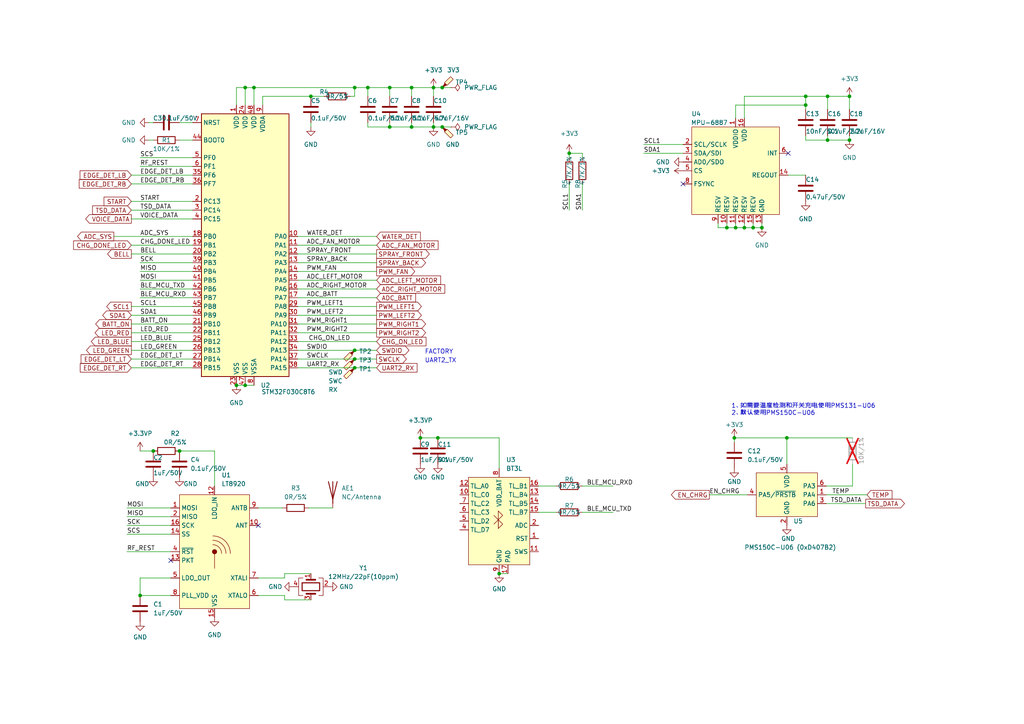
<source format=kicad_sch>
(kicad_sch (version 20231120) (generator "eeschema") (generator_version "8.0")
  (paper "A4")
  (lib_symbols
    (symbol "Connector:TestPoint_Probe" (pin_numbers hide) (pin_names (offset 0.762) hide)
      (property "Reference" "TP" (at 1.651 5.842 0))
      (property "Value" "TestPoint_Probe" (at 1.651 4.064 0))
      (symbol "TestPoint_Probe_0_1"
        (polyline (pts (xy 1.27 0.762) (xy 0 0) (xy 0.762 1.27) (xy 1.27 0.762)) (fill (type outline)))
        (polyline (pts (xy 1.397 0.635) (xy 0.635 1.397) (xy 2.413 3.175) (xy 3.175 2.413) (xy 1.397 0.635)) (fill (type background)))
      )
      (symbol "TestPoint_Probe_1_1"
        (pin passive line (at 0 0 90) (length 0) (name "1") (number "1"))
      )
    )
    (symbol "Device:Antenna" (pin_numbers hide) (pin_names (offset 1.016) hide)
      (property "Reference" "AE" (at -1.905 1.905 0))
      (property "Value" "Antenna" (at -1.905 0 0))
      (symbol "Antenna_0_1"
        (polyline (pts (xy 0 2.54) (xy 0 -3.81)) (stroke (width 0.254)))
        (polyline (pts (xy 1.27 2.54) (xy 0 -2.54) (xy -1.27 2.54)) (stroke (width 0.254)))
      )
      (symbol "Antenna_1_1"
        (pin input line (at 0 -5.08 90) (length 2.54) (name "A") (number "1"))
      )
    )
    (symbol "Device:C" (pin_numbers hide) (pin_names (offset 0.254))
      (property "Reference" "C" (at 0.635 2.54 0))
      (property "Value" "C" (at 0.635 -2.54 0))
      (symbol "C_0_1"
        (polyline (pts (xy -2.032 -0.762) (xy 2.032 -0.762)) (stroke (width 0.508)))
        (polyline (pts (xy -2.032 0.762) (xy 2.032 0.762)) (stroke (width 0.508)))
      )
      (symbol "C_1_1"
        (pin passive line (at 0 3.81 270) (length 2.794) (name "~") (number "1"))
        (pin passive line (at 0 -3.81 90) (length 2.794) (name "~") (number "2"))
      )
    )
    (symbol "Device:Crystal_GND24" (pin_names (offset 1.016) hide)
      (property "Reference" "Y" (at 3.175 5.08 0))
      (property "Value" "Crystal_GND24" (at 3.175 3.175 0))
      (symbol "Crystal_GND24_0_1"
        (rectangle (start -1.143 2.54) (end 1.143 -2.54) (stroke (width 0.3048)))
        (polyline (pts (xy -2.54 0) (xy -2.032 0)))
        (polyline (pts (xy -2.032 -1.27) (xy -2.032 1.27)) (stroke (width 0.508)))
        (polyline (pts (xy 0 -3.81) (xy 0 -3.556)))
        (polyline (pts (xy 0 3.556) (xy 0 3.81)))
        (polyline (pts (xy 2.032 -1.27) (xy 2.032 1.27)) (stroke (width 0.508)))
        (polyline (pts (xy 2.032 0) (xy 2.54 0)))
        (polyline (pts (xy -2.54 -2.286) (xy -2.54 -3.556) (xy 2.54 -3.556) (xy 2.54 -2.286)))
        (polyline (pts (xy -2.54 2.286) (xy -2.54 3.556) (xy 2.54 3.556) (xy 2.54 2.286)))
      )
      (symbol "Crystal_GND24_1_1"
        (pin passive line (at -3.81 0 0) (length 1.27) (name "1") (number "1"))
        (pin passive line (at 0 5.08 270) (length 1.27) (name "2") (number "2"))
        (pin passive line (at 3.81 0 180) (length 1.27) (name "3") (number "3"))
        (pin passive line (at 0 -5.08 90) (length 1.27) (name "4") (number "4"))
      )
    )
    (symbol "Device:R" (pin_numbers hide) (pin_names (offset 0))
      (property "Reference" "R" (at 2.032 0 90))
      (property "Value" "R" (at 0 0 90))
      (symbol "R_0_1"
        (rectangle (start -1.016 -2.54) (end 1.016 2.54) (stroke (width 0.254)))
      )
      (symbol "R_1_1"
        (pin passive line (at 0 3.81 270) (length 1.27) (name "~") (number "1"))
        (pin passive line (at 0 -3.81 90) (length 1.27) (name "~") (number "2"))
      )
    )
    (symbol "MCU_ST_STM32F0:STM32F030C8Tx"
      (property "Reference" "U" (at -12.7 39.37 0))
      (property "Value" "STM32F030C8Tx" (at 7.62 39.37 0))
      (symbol "STM32F030C8Tx_0_1"
        (rectangle (start -12.7 -38.1) (end 12.7 38.1) (stroke (width 0.254)) (fill (type background)))
      )
      (symbol "STM32F030C8Tx_1_1"
        (pin power_in line (at -2.54 40.64 270) (length 2.54) (name "VDD") (number "1"))
        (pin bidirectional line (at 15.24 2.54 180) (length 2.54) (name "PA0") (number "10"))
        (pin bidirectional line (at 15.24 0 180) (length 2.54) (name "PA1") (number "11"))
        (pin bidirectional line (at 15.24 -2.54 180) (length 2.54) (name "PA2") (number "12"))
        (pin bidirectional line (at 15.24 -5.08 180) (length 2.54) (name "PA3") (number "13"))
        (pin bidirectional line (at 15.24 -7.62 180) (length 2.54) (name "PA4") (number "14"))
        (pin bidirectional line (at 15.24 -10.16 180) (length 2.54) (name "PA5") (number "15"))
        (pin bidirectional line (at 15.24 -12.7 180) (length 2.54) (name "PA6") (number "16"))
        (pin bidirectional line (at 15.24 -15.24 180) (length 2.54) (name "PA7") (number "17"))
        (pin bidirectional line (at -15.24 2.54 0) (length 2.54) (name "PB0") (number "18"))
        (pin bidirectional line (at -15.24 0 0) (length 2.54) (name "PB1") (number "19"))
        (pin bidirectional line (at -15.24 12.7 0) (length 2.54) (name "PC13") (number "2"))
        (pin bidirectional line (at -15.24 -2.54 0) (length 2.54) (name "PB2") (number "20"))
        (pin bidirectional line (at -15.24 -22.86 0) (length 2.54) (name "PB10") (number "21"))
        (pin bidirectional line (at -15.24 -25.4 0) (length 2.54) (name "PB11") (number "22"))
        (pin power_in line (at -2.54 -40.64 90) (length 2.54) (name "VSS") (number "23"))
        (pin power_in line (at 0 40.64 270) (length 2.54) (name "VDD") (number "24"))
        (pin bidirectional line (at -15.24 -27.94 0) (length 2.54) (name "PB12") (number "25"))
        (pin bidirectional line (at -15.24 -30.48 0) (length 2.54) (name "PB13") (number "26"))
        (pin bidirectional line (at -15.24 -33.02 0) (length 2.54) (name "PB14") (number "27"))
        (pin bidirectional line (at -15.24 -35.56 0) (length 2.54) (name "PB15") (number "28"))
        (pin bidirectional line (at 15.24 -17.78 180) (length 2.54) (name "PA8") (number "29"))
        (pin bidirectional line (at -15.24 10.16 0) (length 2.54) (name "PC14") (number "3"))
        (pin bidirectional line (at 15.24 -20.32 180) (length 2.54) (name "PA9") (number "30"))
        (pin bidirectional line (at 15.24 -22.86 180) (length 2.54) (name "PA10") (number "31"))
        (pin bidirectional line (at 15.24 -25.4 180) (length 2.54) (name "PA11") (number "32"))
        (pin bidirectional line (at 15.24 -27.94 180) (length 2.54) (name "PA12") (number "33"))
        (pin bidirectional line (at 15.24 -30.48 180) (length 2.54) (name "PA13") (number "34"))
        (pin bidirectional line (at -15.24 20.32 0) (length 2.54) (name "PF6") (number "35"))
        (pin bidirectional line (at -15.24 17.78 0) (length 2.54) (name "PF7") (number "36"))
        (pin bidirectional line (at 15.24 -33.02 180) (length 2.54) (name "PA14") (number "37"))
        (pin bidirectional line (at 15.24 -35.56 180) (length 2.54) (name "PA15") (number "38"))
        (pin bidirectional line (at -15.24 -5.08 0) (length 2.54) (name "PB3") (number "39"))
        (pin bidirectional line (at -15.24 7.62 0) (length 2.54) (name "PC15") (number "4"))
        (pin bidirectional line (at -15.24 -7.62 0) (length 2.54) (name "PB4") (number "40"))
        (pin bidirectional line (at -15.24 -10.16 0) (length 2.54) (name "PB5") (number "41"))
        (pin bidirectional line (at -15.24 -12.7 0) (length 2.54) (name "PB6") (number "42"))
        (pin bidirectional line (at -15.24 -15.24 0) (length 2.54) (name "PB7") (number "43"))
        (pin input line (at -15.24 30.48 0) (length 2.54) (name "BOOT0") (number "44"))
        (pin bidirectional line (at -15.24 -17.78 0) (length 2.54) (name "PB8") (number "45"))
        (pin bidirectional line (at -15.24 -20.32 0) (length 2.54) (name "PB9") (number "46"))
        (pin power_in line (at 0 -40.64 90) (length 2.54) (name "VSS") (number "47"))
        (pin power_in line (at 2.54 40.64 270) (length 2.54) (name "VDD") (number "48"))
        (pin input line (at -15.24 25.4 0) (length 2.54) (name "PF0") (number "5"))
        (pin input line (at -15.24 22.86 0) (length 2.54) (name "PF1") (number "6"))
        (pin input line (at -15.24 35.56 0) (length 2.54) (name "NRST") (number "7"))
        (pin power_in line (at 2.54 -40.64 90) (length 2.54) (name "VSSA") (number "8"))
        (pin power_in line (at 5.08 40.64 270) (length 2.54) (name "VDDA") (number "9"))
      )
    )
    (symbol "Ovo_MCU_Padauk:PMS150C-U06"
      (property "Reference" "U" (at 3.81 10.16 0))
      (property "Value" "PMS150C-U06" (at 8.89 7.62 0))
      (symbol "PMS150C-U06_0_1"
        (rectangle (start -8.89 6.35) (end 8.89 -6.35) (fill (type background)))
      )
      (symbol "PMS150C-U06_1_1"
        (pin bidirectional line (at 11.43 0 180) (length 2.54) (name "PA4") (number "1"))
        (pin power_in line (at 0 -8.89 90) (length 2.54) (name "GND") (number "2"))
        (pin bidirectional line (at 11.43 -2.54 180) (length 2.54) (name "PA6") (number "3"))
        (pin bidirectional line (at -11.43 0 0) (length 2.54) (name "PA5/~{PRSTB}") (number "4"))
        (pin power_in line (at 0 8.89 270) (length 2.54) (name "VDD") (number "5"))
        (pin bidirectional line (at 11.43 2.54 180) (length 2.54) (name "PA3") (number "6"))
      )
    )
    (symbol "Ovo_RF:LT8920"
      (property "Reference" "U" (at -8.89 17.78 0))
      (property "Value" "LT8920" (at -6.35 -17.78 0))
      (symbol "LT8920_0_1"
        (rectangle (start -10.16 16.51) (end 10.16 -16.51) (fill (type background)))
        (polyline (pts (xy 0 0) (xy 0 -4.826)))
        (circle (center 0 0) (radius 0.635) (fill (type outline)))
        (arc (start 2.032 -0.508) (mid 1.2881 1.2881) (end -0.508 2.032))
        (arc (start 3.302 -0.508) (mid 2.1861 2.186) (end -0.508 3.302))
        (arc (start 4.572 -0.508) (mid 3.0841 3.0841) (end -0.508 4.572))
      )
      (symbol "LT8920_1_1"
        (pin input line (at -12.7 12.7 0) (length 2.54) (name "MOSI") (number "1"))
        (pin passive line (at 12.7 7.62 180) (length 2.54) (name "ANT") (number "10"))
        (pin no_connect line (at 5.08 -19.05 90) (length 2.54) hide (name "NC") (number "11"))
        (pin power_in line (at 0 19.05 270) (length 2.54) (name "LDO_IN") (number "12"))
        (pin output line (at -12.7 -2.54 0) (length 2.54) (name "PKT") (number "13"))
        (pin input line (at -12.7 5.08 0) (length 2.54) (name "SS") (number "14"))
        (pin power_in line (at 0 -19.05 90) (length 2.54) (name "VSS") (number "15"))
        (pin input line (at -12.7 7.62 0) (length 2.54) (name "SCK") (number "16"))
        (pin output line (at -12.7 10.16 0) (length 2.54) (name "MISO") (number "2"))
        (pin no_connect line (at 2.54 -19.05 90) (length 2.54) hide (name "NC") (number "3"))
        (pin input line (at -12.7 0 0) (length 2.54) (name "~{RST}") (number "4"))
        (pin power_out line (at -12.7 -7.62 0) (length 2.54) (name "LDO_OUT") (number "5"))
        (pin passive line (at 12.7 -12.7 180) (length 2.54) (name "XTALO") (number "6"))
        (pin passive line (at 12.7 -7.62 180) (length 2.54) (name "XTALI") (number "7"))
        (pin power_in line (at -12.7 -12.7 0) (length 2.54) (name "PLL_VDD") (number "8"))
        (pin passive line (at 12.7 12.7 180) (length 2.54) (name "ANTB") (number "9"))
      )
    )
    (symbol "Ovo_RF_Bluetooth:BT3L"
      (property "Reference" "U" (at -7.62 13.97 0))
      (property "Value" "BT3L" (at -6.35 -13.97 0))
      (symbol "BT3L_0_1"
        (rectangle (start -8.89 12.7) (end 8.89 -12.7) (fill (type background)))
        (polyline (pts (xy -0.254 0.381) (xy -1.524 -0.889)))
        (polyline (pts (xy -0.254 2.921) (xy -0.254 -2.159)))
        (polyline (pts (xy -0.254 2.921) (xy 1.016 1.651) (xy -0.254 0.381) (xy 1.016 -0.889) (xy -0.254 -2.159) (xy -0.254 0.381) (xy -1.524 1.651)))
      )
      (symbol "BT3L_1_1"
        (pin input line (at 11.43 -5.08 180) (length 2.54) (name "RST") (number "1"))
        (pin bidirectional line (at -11.43 7.62 0) (length 2.54) (name "TL_C0") (number "10"))
        (pin bidirectional line (at 11.43 -8.89 180) (length 2.54) (name "SWS") (number "11"))
        (pin bidirectional line (at -11.43 10.16 0) (length 2.54) (name "TL_A0") (number "12"))
        (pin bidirectional line (at 11.43 7.62 180) (length 2.54) (name "TL_B4") (number "13"))
        (pin bidirectional line (at 11.43 5.08 180) (length 2.54) (name "TL_B5") (number "14"))
        (pin bidirectional line (at 11.43 2.54 180) (length 2.54) (name "TL_B7") (number "15"))
        (pin bidirectional line (at 11.43 10.16 180) (length 2.54) (name "TL_B1") (number "16"))
        (pin power_in line (at 2.54 -15.24 90) (length 2.54) (name "PAD") (number "17"))
        (pin input line (at 11.43 -1.27 180) (length 2.54) (name "ADC") (number "2"))
        (pin no_connect line (at -11.43 -6.35 0) (length 2.54) hide (name "NC") (number "3"))
        (pin bidirectional line (at -11.43 -2.54 0) (length 2.54) (name "TL_D7") (number "4"))
        (pin bidirectional line (at -11.43 0 0) (length 2.54) (name "TL_D2") (number "5"))
        (pin bidirectional line (at -11.43 2.54 0) (length 2.54) (name "TL_C3") (number "6"))
        (pin bidirectional line (at -11.43 5.08 0) (length 2.54) (name "TL_C2") (number "7"))
        (pin power_in line (at 0 15.24 270) (length 2.54) (name "VDD_BAT") (number "8"))
        (pin power_in line (at 0 -15.24 90) (length 2.54) (name "GND") (number "9"))
      )
    )
    (symbol "Ovo_Sensor_Motion:MPU-6887"
      (property "Reference" "U" (at -13.97 16.51 0))
      (property "Value" "MPU-6887" (at -10.16 13.97 0))
      (symbol "MPU-6887_0_1"
        (rectangle (start -12.7 12.7) (end 12.7 -12.7) (fill (type background)))
      )
      (symbol "MPU-6887_1_1"
        (pin power_in line (at 0 15.24 270) (length 2.54) (name "VDDIO") (number "1"))
        (pin passive line (at -2.54 -15.24 90) (length 2.54) (name "RESV") (number "10"))
        (pin passive line (at 0 -15.24 90) (length 2.54) (name "RESV") (number "11"))
        (pin passive line (at 2.54 -15.24 90) (length 2.54) (name "RESV") (number "12"))
        (pin power_in line (at 7.62 -15.24 90) (length 2.54) (name "GND") (number "13"))
        (pin passive line (at 15.24 -1.27 180) (length 2.54) (name "REGOUT") (number "14"))
        (pin passive line (at 5.08 -15.24 90) (length 2.54) (name "RECV") (number "15"))
        (pin power_in line (at 2.54 15.24 270) (length 2.54) (name "VDD") (number "16"))
        (pin input line (at -15.24 7.62 0) (length 2.54) (name "SCL/SCLK") (number "2"))
        (pin bidirectional line (at -15.24 5.08 0) (length 2.54) (name "SDA/SDI") (number "3"))
        (pin input line (at -15.24 2.54 0) (length 2.54) (name "AD0/SDO") (number "4"))
        (pin input line (at -15.24 0 0) (length 2.54) (name "CS") (number "5"))
        (pin output line (at 15.24 5.08 180) (length 2.54) (name "INT") (number "6"))
        (pin no_connect line (at -7.62 -15.24 90) (length 2.54) hide (name "RESV") (number "7"))
        (pin input line (at -15.24 -3.81 0) (length 2.54) (name "FSYNC") (number "8"))
        (pin passive line (at -5.08 -15.24 90) (length 2.54) (name "RESV") (number "9"))
      )
    )
    (symbol "power:+3.3VP" (power) (pin_names (offset 0))
      (property "Value" "+3.3VP" (at 0 2.54 0))
      (symbol "+3.3VP_0_0"
        (pin power_in line (at 0 0 90) (length 0) hide (name "+3.3VP") (number "1"))
      )
      (symbol "+3.3VP_0_1"
        (polyline (pts (xy -0.762 1.27) (xy 0 2.54)))
        (polyline (pts (xy 0 0) (xy 0 2.54)))
        (polyline (pts (xy 0 2.54) (xy 0.762 1.27)))
      )
    )
    (symbol "power:+3V3" (power) (pin_names (offset 0))
      (property "Value" "+3V3" (at 0 3.556 0))
      (symbol "+3V3_0_1"
        (polyline (pts (xy -0.762 1.27) (xy 0 2.54)))
        (polyline (pts (xy 0 0) (xy 0 2.54)))
        (polyline (pts (xy 0 2.54) (xy 0.762 1.27)))
      )
      (symbol "+3V3_1_1"
        (pin power_in line (at 0 0 90) (length 0) hide (name "+3V3") (number "1"))
      )
    )
    (symbol "power:GND" (power) (pin_names (offset 0))
      (property "Value" "GND" (at 0 -3.81 0))
      (symbol "GND_0_1"
        (polyline (pts (xy 0 0) (xy 0 -1.27) (xy 1.27 -1.27) (xy 0 -2.54) (xy -1.27 -1.27) (xy 0 -1.27)))
      )
      (symbol "GND_1_1"
        (pin power_in line (at 0 0 270) (length 0) hide (name "GND") (number "1"))
      )
    )
    (symbol "power:PWR_FLAG" (power) (pin_numbers hide) (pin_names (offset 0) hide)
      (property "Value" "PWR_FLAG" (at 0 3.81 0))
      (symbol "PWR_FLAG_0_0"
        (pin power_out line (at 0 0 90) (length 0) (name "pwr") (number "1"))
      )
      (symbol "PWR_FLAG_0_1"
        (polyline (pts (xy 0 0) (xy 0 1.27) (xy -1.016 1.905) (xy 0 2.54) (xy 1.016 1.905) (xy 0 1.27)))
      )
    )
  )
  (junction (at 128.27 36.83))
  (junction (at 165.1 44.45))
  (junction (at 127 127))
  (junction (at 218.44 66.04))
  (junction (at 113.03 36.83))
  (junction (at 210.82 66.04))
  (junction (at 144.78 166.37))
  (junction (at 233.68 27.94))
  (junction (at 128.27 25.4))
  (junction (at 228.219 127))
  (junction (at 212.979 127))
  (junction (at 240.03 27.94))
  (junction (at 106.68 25.4))
  (junction (at 125.73 25.4))
  (junction (at 213.36 66.04))
  (junction (at 71.12 111.76))
  (junction (at 73.66 25.4))
  (junction (at 240.03 40.64))
  (junction (at 125.73 36.83))
  (junction (at 102.87 106.68))
  (junction (at 52.07 130.81))
  (junction (at 215.9 66.04))
  (junction (at 246.38 40.64))
  (junction (at 220.98 66.04))
  (junction (at 246.38 27.94))
  (junction (at 113.03 25.4))
  (junction (at 102.87 104.14))
  (junction (at 119.38 36.83))
  (junction (at 119.38 25.4))
  (junction (at 90.17 27.94))
  (junction (at 68.58 111.76))
  (junction (at 40.64 172.72))
  (junction (at 102.87 25.4))
  (junction (at 233.68 30.48))
  (junction (at 102.87 101.6))
  (junction (at 121.92 127))
  (junction (at 44.45 130.81))
  (junction (at 71.12 25.4))
  (no_connect (at 49.53 162.56))
  (no_connect (at 228.6 44.45))
  (no_connect (at 198.12 53.34))
  (no_connect (at 74.93 152.4))
  (wire (pts (xy 106.68 35.56) (xy 106.68 36.83)))
  (wire (pts (xy 40.64 86.36) (xy 55.88 86.36)))
  (wire (pts (xy 89.535 147.32) (xy 96.52 147.32)))
  (wire (pts (xy 40.64 83.82) (xy 55.88 83.82)))
  (wire (pts (xy 49.53 167.64) (xy 40.64 167.64)))
  (wire (pts (xy 233.68 31.75) (xy 233.68 30.48)))
  (wire (pts (xy 186.69 44.45) (xy 198.12 44.45)))
  (wire (pts (xy 36.83 152.4) (xy 49.53 152.4)))
  (wire (pts (xy 102.87 25.4) (xy 102.87 27.94)))
  (wire (pts (xy 168.91 148.59) (xy 177.8 148.59)))
  (wire (pts (xy 113.03 25.4) (xy 106.68 25.4)))
  (wire (pts (xy 212.979 128.27) (xy 212.979 127)))
  (wire (pts (xy 36.83 154.94) (xy 49.53 154.94)))
  (wire (pts (xy 213.36 30.48) (xy 213.36 34.29)))
  (wire (pts (xy 38.1 91.44) (xy 55.88 91.44)))
  (wire (pts (xy 246.38 40.64) (xy 246.38 39.37)))
  (wire (pts (xy 40.64 45.72) (xy 55.88 45.72)))
  (wire (pts (xy 210.82 66.04) (xy 213.36 66.04)))
  (wire (pts (xy 86.36 91.44) (xy 109.22 91.44)))
  (wire (pts (xy 215.9 66.04) (xy 218.44 66.04)))
  (wire (pts (xy 38.1 99.06) (xy 55.88 99.06)))
  (wire (pts (xy 128.27 25.4) (xy 130.81 25.4)))
  (wire (pts (xy 125.73 25.4) (xy 125.73 27.94)))
  (wire (pts (xy 239.649 143.51) (xy 251.46 143.51)))
  (wire (pts (xy 38.1 50.8) (xy 55.88 50.8)))
  (wire (pts (xy 205.74 143.51) (xy 216.789 143.51)))
  (wire (pts (xy 73.66 25.4) (xy 73.66 30.48)))
  (wire (pts (xy 86.36 88.9) (xy 109.22 88.9)))
  (wire (pts (xy 52.07 130.81) (xy 62.23 130.81)))
  (wire (pts (xy 82.55 173.99) (xy 82.55 172.72)))
  (wire (pts (xy 218.44 66.04) (xy 220.98 66.04)))
  (wire (pts (xy 40.64 167.64) (xy 40.64 172.72)))
  (wire (pts (xy 71.12 111.76) (xy 73.66 111.76)))
  (wire (pts (xy 215.9 64.77) (xy 215.9 66.04)))
  (wire (pts (xy 38.1 53.34) (xy 55.88 53.34)))
  (wire (pts (xy 102.87 25.4) (xy 73.66 25.4)))
  (wire (pts (xy 165.1 45.72) (xy 165.1 44.45)))
  (wire (pts (xy 218.44 64.77) (xy 218.44 66.04)))
  (wire (pts (xy 168.91 53.34) (xy 168.91 60.96)))
  (wire (pts (xy 43.18 35.56) (xy 44.45 35.56)))
  (wire (pts (xy 38.1 101.6) (xy 55.88 101.6)))
  (wire (pts (xy 90.17 173.99) (xy 82.55 173.99)))
  (wire (pts (xy 165.1 44.45) (xy 168.91 44.45)))
  (wire (pts (xy 102.87 104.14) (xy 109.22 104.14)))
  (wire (pts (xy 144.78 127) (xy 144.78 135.89)))
  (wire (pts (xy 228.219 127) (xy 228.219 134.62)))
  (wire (pts (xy 240.03 40.64) (xy 246.38 40.64)))
  (wire (pts (xy 106.68 36.83) (xy 113.03 36.83)))
  (wire (pts (xy 165.1 53.34) (xy 165.1 60.96)))
  (wire (pts (xy 101.6 27.94) (xy 102.87 27.94)))
  (wire (pts (xy 90.17 27.94) (xy 93.98 27.94)))
  (wire (pts (xy 113.03 25.4) (xy 113.03 27.94)))
  (wire (pts (xy 38.1 58.42) (xy 55.88 58.42)))
  (wire (pts (xy 71.12 25.4) (xy 73.66 25.4)))
  (wire (pts (xy 40.64 76.2) (xy 55.88 76.2)))
  (wire (pts (xy 38.1 60.96) (xy 55.88 60.96)))
  (wire (pts (xy 38.1 71.12) (xy 55.88 71.12)))
  (wire (pts (xy 38.1 63.5) (xy 55.88 63.5)))
  (wire (pts (xy 86.36 76.2) (xy 109.22 76.2)))
  (wire (pts (xy 239.649 140.97) (xy 247.269 140.97)))
  (wire (pts (xy 125.73 36.83) (xy 125.73 35.56)))
  (wire (pts (xy 68.58 111.76) (xy 71.12 111.76)))
  (wire (pts (xy 40.64 48.26) (xy 55.88 48.26)))
  (wire (pts (xy 68.58 30.48) (xy 68.58 25.4)))
  (wire (pts (xy 213.36 64.77) (xy 213.36 66.04)))
  (wire (pts (xy 144.78 166.37) (xy 147.32 166.37)))
  (wire (pts (xy 38.1 104.14) (xy 55.88 104.14)))
  (wire (pts (xy 52.07 35.56) (xy 55.88 35.56)))
  (wire (pts (xy 186.69 41.91) (xy 198.12 41.91)))
  (wire (pts (xy 106.68 25.4) (xy 106.68 27.94)))
  (wire (pts (xy 86.36 81.28) (xy 109.22 81.28)))
  (wire (pts (xy 109.22 99.06) (xy 86.36 99.06)))
  (wire (pts (xy 86.36 73.66) (xy 109.22 73.66)))
  (wire (pts (xy 220.98 66.04) (xy 220.98 64.77)))
  (wire (pts (xy 82.55 166.37) (xy 82.55 167.64)))
  (wire (pts (xy 119.38 36.83) (xy 125.73 36.83)))
  (wire (pts (xy 86.36 96.52) (xy 109.22 96.52)))
  (wire (pts (xy 90.17 166.37) (xy 82.55 166.37)))
  (wire (pts (xy 121.92 127) (xy 127 127)))
  (wire (pts (xy 82.55 172.72) (xy 74.93 172.72)))
  (wire (pts (xy 119.38 25.4) (xy 125.73 25.4)))
  (wire (pts (xy 36.83 147.32) (xy 49.53 147.32)))
  (wire (pts (xy 102.87 101.6) (xy 109.22 101.6)))
  (wire (pts (xy 62.23 130.81) (xy 62.23 140.97)))
  (wire (pts (xy 38.1 96.52) (xy 55.88 96.52)))
  (wire (pts (xy 213.36 66.04) (xy 215.9 66.04)))
  (wire (pts (xy 86.36 106.68) (xy 102.87 106.68)))
  (wire (pts (xy 240.03 40.64) (xy 240.03 39.37)))
  (wire (pts (xy 40.64 130.81) (xy 44.45 130.81)))
  (wire (pts (xy 86.36 83.82) (xy 109.22 83.82)))
  (wire (pts (xy 208.28 66.04) (xy 210.82 66.04)))
  (wire (pts (xy 210.82 64.77) (xy 210.82 66.04)))
  (wire (pts (xy 76.2 27.94) (xy 76.2 30.48)))
  (wire (pts (xy 71.12 30.48) (xy 71.12 25.4)))
  (wire (pts (xy 119.38 25.4) (xy 113.03 25.4)))
  (wire (pts (xy 233.68 27.94) (xy 233.68 30.48)))
  (wire (pts (xy 228.6 50.8) (xy 233.68 50.8)))
  (wire (pts (xy 247.269 134.62) (xy 247.269 140.97)))
  (wire (pts (xy 156.21 148.59) (xy 161.29 148.59)))
  (wire (pts (xy 125.73 25.4) (xy 128.27 25.4)))
  (wire (pts (xy 239.649 146.05) (xy 251.079 146.05)))
  (wire (pts (xy 212.979 127) (xy 228.219 127)))
  (wire (pts (xy 90.17 27.94) (xy 76.2 27.94)))
  (wire (pts (xy 33.02 68.58) (xy 55.88 68.58)))
  (wire (pts (xy 215.9 34.29) (xy 215.9 27.94)))
  (wire (pts (xy 86.36 78.74) (xy 109.22 78.74)))
  (wire (pts (xy 113.03 35.56) (xy 113.03 36.83)))
  (wire (pts (xy 168.91 140.97) (xy 177.8 140.97)))
  (wire (pts (xy 113.03 36.83) (xy 119.38 36.83)))
  (wire (pts (xy 106.68 25.4) (xy 102.87 25.4)))
  (wire (pts (xy 40.64 81.28) (xy 55.88 81.28)))
  (wire (pts (xy 82.55 167.64) (xy 74.93 167.64)))
  (wire (pts (xy 40.64 78.74) (xy 55.88 78.74)))
  (wire (pts (xy 119.38 27.94) (xy 119.38 25.4)))
  (wire (pts (xy 128.27 36.83) (xy 130.81 36.83)))
  (wire (pts (xy 240.03 27.94) (xy 246.38 27.94)))
  (wire (pts (xy 52.07 40.64) (xy 55.88 40.64)))
  (wire (pts (xy 168.91 44.45) (xy 168.91 45.72)))
  (wire (pts (xy 127 127) (xy 144.78 127)))
  (wire (pts (xy 74.93 147.32) (xy 81.915 147.32)))
  (wire (pts (xy 240.03 27.94) (xy 240.03 31.75)))
  (wire (pts (xy 215.9 27.94) (xy 233.68 27.94)))
  (wire (pts (xy 38.1 106.68) (xy 55.88 106.68)))
  (wire (pts (xy 233.68 40.64) (xy 240.03 40.64)))
  (wire (pts (xy 68.58 25.4) (xy 71.12 25.4)))
  (wire (pts (xy 86.36 93.98) (xy 109.22 93.98)))
  (wire (pts (xy 86.36 71.12) (xy 109.22 71.12)))
  (wire (pts (xy 86.36 101.6) (xy 102.87 101.6)))
  (wire (pts (xy 86.36 104.14) (xy 102.87 104.14)))
  (wire (pts (xy 86.36 68.58) (xy 109.22 68.58)))
  (wire (pts (xy 228.219 127) (xy 247.269 127)))
  (wire (pts (xy 125.73 36.83) (xy 128.27 36.83)))
  (wire (pts (xy 38.1 73.66) (xy 55.88 73.66)))
  (wire (pts (xy 102.87 106.68) (xy 109.22 106.68)))
  (wire (pts (xy 208.28 64.77) (xy 208.28 66.04)))
  (wire (pts (xy 233.68 30.48) (xy 213.36 30.48)))
  (wire (pts (xy 43.18 40.64) (xy 44.45 40.64)))
  (wire (pts (xy 38.1 93.98) (xy 55.88 93.98)))
  (wire (pts (xy 90.17 36.83) (xy 90.17 35.56)))
  (wire (pts (xy 40.64 172.72) (xy 49.53 172.72)))
  (wire (pts (xy 156.21 140.97) (xy 161.29 140.97)))
  (wire (pts (xy 246.38 27.94) (xy 246.38 31.75)))
  (wire (pts (xy 38.1 88.9) (xy 55.88 88.9)))
  (wire (pts (xy 86.36 86.36) (xy 109.22 86.36)))
  (wire (pts (xy 119.38 35.56) (xy 119.38 36.83)))
  (wire (pts (xy 233.68 40.64) (xy 233.68 39.37)))
  (wire (pts (xy 233.68 27.94) (xy 240.03 27.94)))
  (wire (pts (xy 36.83 160.02) (xy 49.53 160.02)))
  (wire (pts (xy 36.83 149.86) (xy 49.53 149.86)))
  (text "UART2_TX" (at 123.19 105.41 0) (effects (font (size 1.27 1.27)) (justify left bottom)))
  (text "1、如需要温度检测和开关充电使用PMS131-U06\n2、默认使用PMS150C-U06" (at 212.09 120.65 0) (effects (font (size 1.27 1.27)) (justify left bottom)))
  (text "FACTORY" (at 123.19 102.87 0) (effects (font (size 1.27 1.27)) (justify left bottom)))
  (label "BELL" (at 40.64 73.66 0))
  (label "MOSI" (at 36.83 147.32 0))
  (label "BLE_MCU_RXD" (at 170.18 140.97 0))
  (label "TSD_DATA" (at 40.64 60.96 0))
  (label "PWM_FAN" (at 88.9 78.74 0))
  (label "MISO" (at 36.83 149.86 0))
  (label "SCK" (at 40.64 76.2 0))
  (label "EN_CHRG" (at 205.74 143.51 0))
  (label "TSD_DATA" (at 240.919 146.05 0))
  (label "SCK" (at 36.83 152.4 0))
  (label "BATT_ON" (at 40.64 93.98 0))
  (label "MOSI" (at 40.64 81.28 0))
  (label "BLE_MCU_TXD" (at 40.64 83.82 0))
  (label "CHG_DONE_LED" (at 40.64 71.12 0))
  (label "SDA1" (at 186.69 44.45 0))
  (label "SDA1" (at 40.64 91.44 0))
  (label "CHG_ON_LED" (at 101.6 99.06 180))
  (label "SPRAY_FRONT" (at 88.9 73.66 0))
  (label "UART2_RX" (at 88.9 106.68 0))
  (label "LED_GREEN" (at 40.64 101.6 0))
  (label "VOICE_DATA" (at 40.64 63.5 0))
  (label "TEMP" (at 246.38 143.51 180))
  (label "BLE_MCU_RXD" (at 40.64 86.36 0))
  (label "SDA1" (at 168.91 60.96 90))
  (label "EDGE_DET_LB" (at 40.64 50.8 0))
  (label "MISO" (at 40.64 78.74 0))
  (label "EDGE_DET_LT" (at 40.64 104.14 0))
  (label "SCS" (at 36.83 154.94 0))
  (label "RF_REST" (at 36.83 160.02 0))
  (label "SWDIO" (at 88.9 101.6 0))
  (label "SPRAY_BACK" (at 88.9 76.2 0))
  (label "SWCLK" (at 88.9 104.14 0))
  (label "PWM_RIGHT1" (at 88.9 93.98 0))
  (label "ADC_RIGHT_MOTOR" (at 88.9 83.82 0))
  (label "SCS" (at 40.64 45.72 0))
  (label "SCL1" (at 40.64 88.9 0))
  (label "EDGE_DET_RT" (at 40.64 106.68 0))
  (label "START" (at 40.64 58.42 0))
  (label "BLE_MCU_TXD" (at 170.18 148.59 0))
  (label "PWM_RIGHT2" (at 88.9 96.52 0))
  (label "PWM_LEFT2" (at 88.9 91.44 0))
  (label "WATER_DET" (at 88.9 68.58 0))
  (label "RF_REST" (at 40.64 48.26 0))
  (label "SCL1" (at 186.69 41.91 0))
  (label "ADC_FAN_MOTOR" (at 88.9 71.12 0))
  (label "LED_BLUE" (at 40.64 99.06 0))
  (label "LED_RED" (at 40.64 96.52 0))
  (label "ADC_LEFT_MOTOR" (at 88.9 81.28 0))
  (label "EDGE_DET_RB" (at 40.64 53.34 0))
  (label "PWM_LEFT1" (at 88.9 88.9 0))
  (label "ADC_BATT" (at 88.9 86.36 0))
  (label "ADC_SYS" (at 40.64 68.58 0))
  (label "SCL1" (at 165.1 60.96 90))
  (global_label "SPRAY_BACK" (shape output) (at 109.22 76.2 0) (property "Intersheetrefs" "${INTERSHEET_REFS}" (effects (hide yes))))
  (global_label "ADC_SYS" (shape output) (at 33.02 68.58 180) (property "Intersheetrefs" "${INTERSHEET_REFS}" (effects (hide yes))))
  (global_label "LED_GREEN" (shape output) (at 38.1 101.6 180) (property "Intersheetrefs" "${INTERSHEET_REFS}" (effects (hide yes))))
  (global_label "UART2_RX" (shape input) (at 109.22 106.68 0) (property "Intersheetrefs" "${INTERSHEET_REFS}" (effects (hide yes))))
  (global_label "PWM_RIGHT2" (shape output) (at 109.22 96.52 0) (property "Intersheetrefs" "${INTERSHEET_REFS}" (effects (hide yes))))
  (global_label "EDGE_DET_LT" (shape input) (at 38.1 104.14 180) (property "Intersheetrefs" "${INTERSHEET_REFS}" (effects (hide yes))))
  (global_label "SDA1" (shape bidirectional) (at 38.1 91.44 180) (property "Intersheetrefs" "${INTERSHEET_REFS}" (effects (hide yes))))
  (global_label "EDGE_DET_RB" (shape input) (at 38.1 53.34 180) (property "Intersheetrefs" "${INTERSHEET_REFS}" (effects (hide yes))))
  (global_label "ADC_FAN_MOTOR" (shape input) (at 109.22 71.12 0) (property "Intersheetrefs" "${INTERSHEET_REFS}" (effects (hide yes))))
  (global_label "PWM_RIGHT1" (shape output) (at 109.22 93.98 0) (property "Intersheetrefs" "${INTERSHEET_REFS}" (effects (hide yes))))
  (global_label "SWCLK" (shape output) (at 109.22 104.14 0) (property "Intersheetrefs" "${INTERSHEET_REFS}" (effects (hide yes))))
  (global_label "WATER_DET" (shape input) (at 109.22 68.58 0) (property "Intersheetrefs" "${INTERSHEET_REFS}" (effects (hide yes))))
  (global_label "BATT_ON" (shape output) (at 38.1 93.98 180) (property "Intersheetrefs" "${INTERSHEET_REFS}" (effects (hide yes))))
  (global_label "LED_BLUE" (shape output) (at 38.1 99.06 180) (property "Intersheetrefs" "${INTERSHEET_REFS}" (effects (hide yes))))
  (global_label "TEMP" (shape input) (at 251.46 143.51 0) (property "Intersheetrefs" "${INTERSHEET_REFS}" (effects (hide yes))))
  (global_label "SPRAY_FRONT" (shape output) (at 109.22 73.66 0) (property "Intersheetrefs" "${INTERSHEET_REFS}" (effects (hide yes))))
  (global_label "START" (shape input) (at 38.1 58.42 180) (property "Intersheetrefs" "${INTERSHEET_REFS}" (effects (hide yes))))
  (global_label "CHG_ON_LED" (shape input) (at 109.22 99.06 0) (property "Intersheetrefs" "${INTERSHEET_REFS}" (effects (hide yes))))
  (global_label "VOICE_DATA" (shape output) (at 38.1 63.5 180) (property "Intersheetrefs" "${INTERSHEET_REFS}" (effects (hide yes))))
  (global_label "TSD_DATA" (shape output) (at 251.079 146.05 0) (property "Intersheetrefs" "${INTERSHEET_REFS}" (effects (hide yes))))
  (global_label "EN_CHRG" (shape output) (at 205.74 143.51 180) (property "Intersheetrefs" "${INTERSHEET_REFS}" (effects (hide yes))))
  (global_label "LED_RED" (shape output) (at 38.1 96.52 180) (property "Intersheetrefs" "${INTERSHEET_REFS}" (effects (hide yes))))
  (global_label "EDGE_DET_RT" (shape input) (at 38.1 106.68 180) (property "Intersheetrefs" "${INTERSHEET_REFS}" (effects (hide yes))))
  (global_label "TSD_DATA" (shape input) (at 38.1 60.96 180) (property "Intersheetrefs" "${INTERSHEET_REFS}" (effects (hide yes))))
  (global_label "PWM_LEFT2" (shape output) (at 109.22 91.44 0) (property "Intersheetrefs" "${INTERSHEET_REFS}" (effects (hide yes))))
  (global_label "PWM_FAN" (shape output) (at 109.22 78.74 0) (property "Intersheetrefs" "${INTERSHEET_REFS}" (effects (hide yes))))
  (global_label "ADC_LEFT_MOTOR" (shape input) (at 109.22 81.28 0) (property "Intersheetrefs" "${INTERSHEET_REFS}" (effects (hide yes))))
  (global_label "ADC_BATT" (shape input) (at 109.22 86.36 0) (property "Intersheetrefs" "${INTERSHEET_REFS}" (effects (hide yes))))
  (global_label "SWDIO" (shape bidirectional) (at 109.22 101.6 0) (property "Intersheetrefs" "${INTERSHEET_REFS}" (effects (hide yes))))
  (global_label "EDGE_DET_LB" (shape input) (at 38.1 50.8 180) (property "Intersheetrefs" "${INTERSHEET_REFS}" (effects (hide yes))))
  (global_label "CHG_DONE_LED" (shape input) (at 38.1 71.12 180) (property "Intersheetrefs" "${INTERSHEET_REFS}" (effects (hide yes))))
  (global_label "SCL1" (shape output) (at 38.1 88.9 180) (property "Intersheetrefs" "${INTERSHEET_REFS}" (effects (hide yes))))
  (global_label "PWM_LEFT1" (shape output) (at 109.22 88.9 0) (property "Intersheetrefs" "${INTERSHEET_REFS}" (effects (hide yes))))
  (global_label "ADC_RIGHT_MOTOR" (shape input) (at 109.22 83.82 0) (property "Intersheetrefs" "${INTERSHEET_REFS}" (effects (hide yes))))
  (global_label "BELL" (shape output) (at 38.1 73.66 180) (property "Intersheetrefs" "${INTERSHEET_REFS}" (effects (hide yes))))
  (symbol (lib_id "power:+3V3") (at 212.979 127 0) (unit 1)
    (property "Reference" "#PWR018" (effects (hide yes)))
    (property "Value" "+3V3" (at 212.979 123.19 0))
  )
  (symbol (lib_id "Device:C") (at 246.38 35.56 180) (unit 1)
    (property "Reference" "C18" (at 246.38 33.02 0) (effects (justify right)))
    (property "Value" "2.2uF/16V" (at 246.38 38.1 0) (effects (justify right)))
    (property "Footprint" "Capacitor_SMD:C_0603_1608Metric" (effects (hide yes)))
  )
  (symbol (lib_id "power:+3V3") (at 165.1 44.45 0) (unit 1)
    (property "Reference" "#PWR0121" (effects (hide yes)))
    (property "Value" "+3V3" (at 165.1 38.735 0))
  )
  (symbol (lib_id "power:GND") (at 233.68 58.42 0) (unit 1)
    (property "Reference" "#PWR0131" (effects (hide yes)))
    (property "Value" "GND" (at 233.68 63.5 0))
  )
  (symbol (lib_id "Connector:TestPoint_Probe") (at 102.87 106.68 180) (unit 1)
    (property "Reference" "TP1" (at 104.14 106.9974 0) (effects (justify right)))
    (property "Value" "RX" (at 95.25 113.03 0) (effects (justify right)))
    (property "Footprint" "TestPoint:TestPoint_Pad_D1.0mm" (effects (hide yes)))
  )
  (symbol (lib_id "power:PWR_FLAG") (at 130.81 36.83 270) (unit 1)
    (property "Reference" "#FLG0102" (effects (hide yes)))
    (property "Value" "PWR_FLAG" (at 134.62 36.8299 90) (effects (justify left)))
  )
  (symbol (lib_id "Device:C") (at 233.68 35.56 180) (unit 1)
    (property "Reference" "C13" (at 233.68 33.02 0) (effects (justify right)))
    (property "Value" "10nF/50V" (at 233.68 38.1 0) (effects (justify right)))
    (property "Footprint" "Capacitor_SMD:C_0603_1608Metric" (effects (hide yes)))
  )
  (symbol (lib_id "power:GND") (at 212.979 135.89 0) (unit 1)
    (property "Reference" "#PWR020" (effects (hide yes)))
    (property "Value" "GND" (at 212.979 139.7 0))
  )
  (symbol (lib_id "power:+3V3") (at 246.38 27.94 0) (unit 1)
    (property "Reference" "#PWR0129" (effects (hide yes)))
    (property "Value" "+3V3" (at 246.38 22.86 0))
  )
  (symbol (lib_id "Device:C") (at 233.68 54.61 180) (unit 1)
    (property "Reference" "C14" (at 233.68 52.07 0) (effects (justify right)))
    (property "Value" "0.47uF/50V" (at 233.68 57.15 0) (effects (justify right)))
    (property "Footprint" "Capacitor_SMD:C_0603_1608Metric" (effects (hide yes)))
  )
  (symbol (lib_id "Device:C") (at 90.17 31.75 180) (unit 1)
    (property "Reference" "C5" (at 90.17 29.21 0) (effects (justify right)))
    (property "Value" "0.1uF/50V" (at 90.17 34.29 0) (effects (justify right)))
    (property "Footprint" "Capacitor_SMD:C_0603_1608Metric" (effects (hide yes)))
  )
  (symbol (lib_id "power:GND") (at 95.25 170.18 90) (unit 1)
    (property "Reference" "#PWR0107" (effects (hide yes)))
    (property "Value" "GND" (at 98.425 170.1799 90) (effects (justify right)))
  )
  (symbol (lib_id "Device:R") (at 48.26 130.81 90) (unit 1)
    (property "Reference" "R2" (at 50.8 125.73 90))
    (property "Value" "0R/5%" (at 50.8 128.27 90))
    (property "Footprint" "Resistor_SMD:R_0603_1608Metric" (effects (hide yes)))
  )
  (symbol (lib_id "power:GND") (at 62.23 179.07 0) (unit 1)
    (property "Reference" "#PWR0102" (effects (hide yes)))
    (property "Value" "GND" (at 62.23 184.15 0))
  )
  (symbol (lib_id "Connector:TestPoint_Probe") (at 102.87 101.6 180) (unit 1)
    (property "Reference" "TP2" (at 104.14 101.9174 0) (effects (justify right)))
    (property "Value" "SWD" (at 95.25 107.95 0) (effects (justify right)))
    (property "Footprint" "TestPoint:TestPoint_Pad_D1.0mm" (effects (hide yes)))
  )
  (symbol (lib_id "Device:C") (at 40.64 176.53 0) (unit 1)
    (property "Reference" "C1" (at 44.45 175.2599 0) (effects (justify left)))
    (property "Value" "1uF/50V" (at 44.45 177.7999 0) (effects (justify left)))
    (property "Footprint" "Capacitor_SMD:C_0603_1608Metric" (effects (hide yes)))
  )
  (symbol (lib_id "Device:C") (at 48.26 35.56 90) (unit 1)
    (property "Reference" "C3" (at 45.72 34.29 90))
    (property "Value" "0.1uF/50V" (at 52.07 34.29 90))
    (property "Footprint" "Capacitor_SMD:C_0603_1608Metric" (effects (hide yes)))
  )
  (symbol (lib_id "Device:C") (at 119.38 31.75 180) (unit 1)
    (property "Reference" "C8" (at 119.38 29.21 0) (effects (justify right)))
    (property "Value" "0.1uF/50V" (at 119.38 34.29 0) (effects (justify right)))
    (property "Footprint" "Capacitor_SMD:C_0603_1608Metric" (effects (hide yes)))
  )
  (symbol (lib_id "Device:R") (at 165.1 49.53 180) (unit 1)
    (property "Reference" "R5" (at 163.83 53.34 90))
    (property "Value" "4.7K/1%" (at 165.1 49.53 90))
    (property "Footprint" "Resistor_SMD:R_0603_1608Metric" (effects (hide yes)))
  )
  (symbol (lib_id "power:GND") (at 43.18 35.56 270) (unit 1)
    (property "Reference" "#PWR0105" (effects (hide yes)))
    (property "Value" "GND" (at 39.37 35.5599 90) (effects (justify right)))
  )
  (symbol (lib_id "power:GND") (at 121.92 134.62 0) (unit 1)
    (property "Reference" "#PWR0110" (effects (hide yes)))
    (property "Value" "GND" (at 121.92 138.43 0))
  )
  (symbol (lib_id "Device:C") (at 125.73 31.75 180) (unit 1)
    (property "Reference" "C10" (at 125.73 29.21 0) (effects (justify right)))
    (property "Value" "4.7uF/16V" (at 125.73 34.29 0) (effects (justify right)))
    (property "Footprint" "Capacitor_SMD:C_0603_1608Metric" (effects (hide yes)))
  )
  (symbol (lib_id "power:GND") (at 144.78 166.37 0) (unit 1)
    (property "Reference" "#PWR0109" (effects (hide yes)))
    (property "Value" "GND" (at 144.78 170.815 0))
  )
  (symbol (lib_id "Device:C") (at 127 130.81 0) (unit 1)
    (property "Reference" "C11" (at 127 128.905 0) (effects (justify left)))
    (property "Value" "0.1uF/50V" (at 127 133.35 0) (effects (justify left)))
    (property "Footprint" "Capacitor_SMD:C_0603_1608Metric" (effects (hide yes)))
  )
  (symbol (lib_id "power:+3.3VP") (at 121.92 127 0) (unit 1)
    (property "Reference" "#PWR0108" (effects (hide yes)))
    (property "Value" "+3.3VP" (at 121.92 121.92 0))
  )
  (symbol (lib_id "Device:R") (at 165.1 148.59 90) (unit 1)
    (property "Reference" "R7" (at 165.1 146.685 90))
    (property "Value" "0R/5%" (at 165.1 148.59 90))
    (property "Footprint" "Resistor_SMD:R_0603_1608Metric" (effects (hide yes)))
  )
  (symbol (lib_id "Device:C") (at 113.03 31.75 180) (unit 1)
    (property "Reference" "C7" (at 113.03 29.21 0) (effects (justify right)))
    (property "Value" "0.1uF/50V" (at 113.03 34.29 0) (effects (justify right)))
    (property "Footprint" "Capacitor_SMD:C_0603_1608Metric" (effects (hide yes)))
  )
  (symbol (lib_id "power:GND") (at 90.17 36.83 0) (unit 1)
    (property "Reference" "#PWR0104" (effects (hide yes)))
    (property "Value" "GND" (at 90.17 41.91 0))
  )
  (symbol (lib_id "Device:R") (at 165.1 140.97 90) (unit 1)
    (property "Reference" "R6" (at 165.1 139.065 90))
    (property "Value" "0R/5%" (at 165.1 140.97 90))
    (property "Footprint" "Resistor_SMD:R_0603_1608Metric" (effects (hide yes)))
  )
  (symbol (lib_id "Connector:TestPoint_Probe") (at 128.27 25.4 0) (unit 1)
    (property "Reference" "TP4" (at 132.08 23.8124 0) (effects (justify left)))
    (property "Value" "3V3" (at 133.35 20.32 0) (effects (justify right)))
    (property "Footprint" "TestPoint:TestPoint_Pad_D1.0mm" (effects (hide yes)))
  )
  (symbol (lib_id "power:GND") (at 220.98 66.04 0) (unit 1)
    (property "Reference" "#PWR0115" (effects (hide yes)))
    (property "Value" "GND" (at 220.98 71.12 0))
  )
  (symbol (lib_id "Device:R") (at 97.79 27.94 90) (unit 1)
    (property "Reference" "R4" (at 93.98 26.67 90))
    (property "Value" "0R/5%" (at 97.79 27.94 90))
    (property "Footprint" "Resistor_SMD:R_0603_1608Metric" (effects (hide yes)))
  )
  (symbol (lib_id "Device:C") (at 44.45 134.62 0) (unit 1)
    (property "Reference" "C2" (at 44.45 132.715 0) (effects (justify left)))
    (property "Value" "1uF/50V" (at 44.45 137.16 0) (effects (justify left)))
    (property "Footprint" "Capacitor_SMD:C_0603_1608Metric" (effects (hide yes)))
  )
  (symbol (lib_id "Device:R") (at 247.269 130.81 0) (unit 1) (dnp yes)
    (property "Reference" "R9" (at 247.269 132.08 90) (effects (justify left)))
    (property "Value" "10K/1%" (at 249.809 134.62 90) (effects (justify left)))
    (property "Footprint" "Resistor_SMD:R_0603_1608Metric" (effects (hide yes)))
  )
  (symbol (lib_id "Device:C") (at 212.979 132.08 0) (unit 1)
    (property "Reference" "C12" (at 216.789 130.8099 0) (effects (justify left)))
    (property "Value" "0.1uF/50V" (at 216.789 133.3499 0) (effects (justify left)))
    (property "Footprint" "Capacitor_SMD:C_0603_1608Metric" (effects (hide yes)))
  )
  (symbol (lib_id "Connector:TestPoint_Probe") (at 102.87 104.14 180) (unit 1)
    (property "Reference" "TP3" (at 104.14 104.4574 0) (effects (justify right)))
    (property "Value" "SWC" (at 95.25 110.49 0) (effects (justify right)))
    (property "Footprint" "TestPoint:TestPoint_Pad_D1.0mm" (effects (hide yes)))
  )
  (symbol (lib_id "power:GND") (at 85.09 170.18 270) (unit 1)
    (property "Reference" "#PWR0103" (effects (hide yes)))
    (property "Value" "GND" (at 81.915 170.1799 90) (effects (justify right)))
  )
  (symbol (lib_id "power:GND") (at 198.12 46.99 270) (unit 1)
    (property "Reference" "#PWR0118" (effects (hide yes)))
    (property "Value" "GND" (at 194.31 46.9899 90) (effects (justify right)))
  )
  (symbol (lib_id "power:GND") (at 68.58 111.76 0) (unit 1)
    (property "Reference" "#PWR0153" (effects (hide yes)))
    (property "Value" "GND" (at 68.58 116.84 0))
  )
  (symbol (lib_id "power:+3V3") (at 125.73 25.4 0) (unit 1)
    (property "Reference" "#PWR0119" (effects (hide yes)))
    (property "Value" "+3V3" (at 125.73 20.32 0))
  )
  (symbol (lib_id "power:GND") (at 40.64 180.34 0) (unit 1)
    (property "Reference" "#PWR0101" (effects (hide yes)))
    (property "Value" "GND" (at 40.64 184.785 0))
  )
  (symbol (lib_id "power:GND") (at 127 134.62 0) (unit 1)
    (property "Reference" "#PWR0128" (effects (hide yes)))
    (property "Value" "GND" (at 127 138.43 0))
  )
  (symbol (lib_id "Device:C") (at 121.92 130.81 0) (unit 1)
    (property "Reference" "C9" (at 121.92 128.905 0) (effects (justify left)))
    (property "Value" "1uF/50V" (at 121.92 133.35 0) (effects (justify left)))
    (property "Footprint" "Capacitor_SMD:C_0603_1608Metric" (effects (hide yes)))
  )
  (symbol (lib_id "power:GND") (at 125.73 36.83 0) (unit 1)
    (property "Reference" "#PWR0120" (effects (hide yes)))
    (property "Value" "GND" (at 125.73 41.91 0))
  )
  (symbol (lib_id "Ovo_RF:LT8920") (at 62.23 160.02 0) (unit 1)
    (property "Reference" "U1" (at 64.2494 137.795 0) (effects (justify left)))
    (property "Value" "LT8920" (at 64.2494 140.335 0) (effects (justify left)))
    (property "Footprint" "Package_SO:TSSOP-16_4.4x5mm_P0.65mm" (effects (hide yes)))
  )
  (symbol (lib_id "Device:R") (at 85.725 147.32 90) (unit 1)
    (property "Reference" "R3" (at 85.725 141.605 90))
    (property "Value" "0R/5%" (at 85.725 144.145 90))
    (property "Footprint" "Resistor_SMD:R_0603_1608Metric" (effects (hide yes)))
  )
  (symbol (lib_id "power:GND") (at 44.45 138.43 0) (unit 1)
    (property "Reference" "#PWR0112" (effects (hide yes)))
    (property "Value" "GND" (at 41.275 140.335 0))
  )
  (symbol (lib_id "power:GND") (at 228.219 152.4 0) (unit 1)
    (property "Reference" "#PWR021" (effects (hide yes)))
    (property "Value" "GND" (at 228.6 156.21 0))
  )
  (symbol (lib_id "Device:Antenna") (at 96.52 142.24 0) (unit 1)
    (property "Reference" "AE1" (at 99.06 141.6049 0) (effects (justify left)))
    (property "Value" "NC/Antenna" (at 99.06 144.1449 0) (effects (justify left)))
    (property "Footprint" "Ovo_RF_Antenna:Ovo_PA2401_2.4GHz_Right" (effects (hide yes)))
  )
  (symbol (lib_id "power:PWR_FLAG") (at 130.81 25.4 270) (unit 1)
    (property "Reference" "#FLG0101" (effects (hide yes)))
    (property "Value" "PWR_FLAG" (at 134.62 25.3999 90) (effects (justify left)))
  )
  (symbol (lib_id "Device:Crystal_GND24") (at 90.17 170.18 270) (unit 1)
    (property "Reference" "Y1" (at 105.41 164.7188 90))
    (property "Value" "12MHz/22pF(10ppm)" (at 105.41 167.2588 90))
    (property "Footprint" "Ovo_Oscillaror:Oscillator_SMD_Abracon_ASE-4Pin_3.2x2.5mm" (effects (hide yes)))
  )
  (symbol (lib_id "Device:R") (at 168.91 49.53 180) (unit 1)
    (property "Reference" "R8" (at 167.64 53.34 90))
    (property "Value" "4.7K/1%" (at 168.91 49.53 90))
    (property "Footprint" "Resistor_SMD:R_0603_1608Metric" (effects (hide yes)))
  )
  (symbol (lib_id "Ovo_RF_Bluetooth:BT3L") (at 144.78 151.13 0) (unit 1)
    (property "Reference" "U3" (at 146.7994 133.35 0) (effects (justify left)))
    (property "Value" "BT3L" (at 146.7994 135.89 0) (effects (justify left)))
    (property "Footprint" "Ovo_RF_Module:Tuya_BT3L" (effects (hide yes)))
  )
  (symbol (lib_id "power:GND") (at 43.18 40.64 270) (unit 1)
    (property "Reference" "#PWR0106" (effects (hide yes)))
    (property "Value" "GND" (at 39.37 40.6399 90) (effects (justify right)))
  )
  (symbol (lib_id "power:+3V3") (at 198.12 49.53 90) (unit 1)
    (property "Reference" "#PWR0117" (effects (hide yes)))
    (property "Value" "+3V3" (at 194.31 49.5299 90) (effects (justify left)))
  )
  (symbol (lib_id "Connector:TestPoint_Probe") (at 128.27 36.83 270) (unit 1)
    (property "Reference" "TP5" (at 132.08 38.4174 90) (effects (justify left)))
    (property "Value" "GND" (at 133.35 41.91 90) (effects (justify right)))
    (property "Footprint" "TestPoint:TestPoint_Pad_D1.0mm" (effects (hide yes)))
  )
  (symbol (lib_id "Device:C") (at 106.68 31.75 180) (unit 1)
    (property "Reference" "C6" (at 106.68 29.21 0) (effects (justify right)))
    (property "Value" "0.1uF/50V" (at 106.68 34.29 0) (effects (justify right)))
    (property "Footprint" "Capacitor_SMD:C_0603_1608Metric" (effects (hide yes)))
  )
  (symbol (lib_id "power:GND") (at 246.38 40.64 0) (unit 1)
    (property "Reference" "#PWR0130" (effects (hide yes)))
    (property "Value" "GND" (at 246.38 45.72 0))
  )
  (symbol (lib_id "Ovo_Sensor_Motion:MPU-6887") (at 213.36 49.53 0) (unit 1)
    (property "Reference" "U4" (at 201.93 33.02 0))
    (property "Value" "MPU-6887" (at 205.74 35.56 0))
    (property "Footprint" "Package_LGA:LGA-16_3x3mm_P0.5mm_LayoutBorder3x5y" (effects (hide yes)))
  )
  (symbol (lib_id "power:GND") (at 52.07 138.43 0) (unit 1)
    (property "Reference" "#PWR0111" (effects (hide yes)))
    (property "Value" "GND" (at 55.245 140.335 0))
  )
  (symbol (lib_id "Ovo_MCU_Padauk:PMS150C-U06") (at 228.219 143.51 0) (unit 1)
    (property "Reference" "U5" (at 230.124 151.13 0) (effects (justify left)))
    (property "Value" "PMS150C-U06 (0xD407B2)" (at 215.9 158.75 0) (effects (justify left)))
    (property "Footprint" "Package_TO_SOT_SMD:SOT-23-6" (effects (hide yes)))
    (property "Datasheet" "http://www.padauk.com.tw/upload/doc/PMS15A,PMS150C%20datasheet%20V108_CN_20200724.pdf" (effects (hide yes)))
  )
  (symbol (lib_id "MCU_ST_STM32F0:STM32F030C8Tx") (at 71.12 71.12 0) (unit 1)
    (property "Reference" "U2" (at 75.6159 111.76 0) (effects (justify left)))
    (property "Value" "STM32F030C8T6" (at 75.819 113.665 0) (effects (justify left)))
    (property "Footprint" "Package_QFP:LQFP-48_7x7mm_P0.5mm" (effects (hide yes)))
    (property "Datasheet" "(layers" (effects (hide yes)))
  )
  (symbol (lib_id "Device:C") (at 52.07 134.62 0) (unit 1)
    (property "Reference" "C4" (at 55.245 133.3499 0) (effects (justify left)))
    (property "Value" "0.1uF/50V" (at 55.245 135.8899 0) (effects (justify left)))
    (property "Footprint" "Capacitor_SMD:C_0603_1608Metric" (effects (hide yes)))
  )
  (symbol (lib_id "Device:R") (at 48.26 40.64 90) (unit 1)
    (property "Reference" "R1" (at 48.26 40.64 90))
    (property "Value" "10K/1%" (at 48.26 43.18 90))
    (property "Footprint" "Resistor_SMD:R_0603_1608Metric" (effects (hide yes)))
  )
  (symbol (lib_id "power:+3.3VP") (at 40.64 130.81 0) (unit 1)
    (property "Reference" "#PWR0113" (effects (hide yes)))
    (property "Value" "+3.3VP" (at 40.64 125.73 0))
  )
  (symbol (lib_id "Device:C") (at 240.03 35.56 180) (unit 1)
    (property "Reference" "C16" (at 240.03 33.02 0) (effects (justify right)))
    (property "Value" "0.1uF/50V" (at 240.03 38.1 0) (effects (justify right)))
    (property "Footprint" "Capacitor_SMD:C_0603_1608Metric" (effects (hide yes)))
  )
)
</source>
